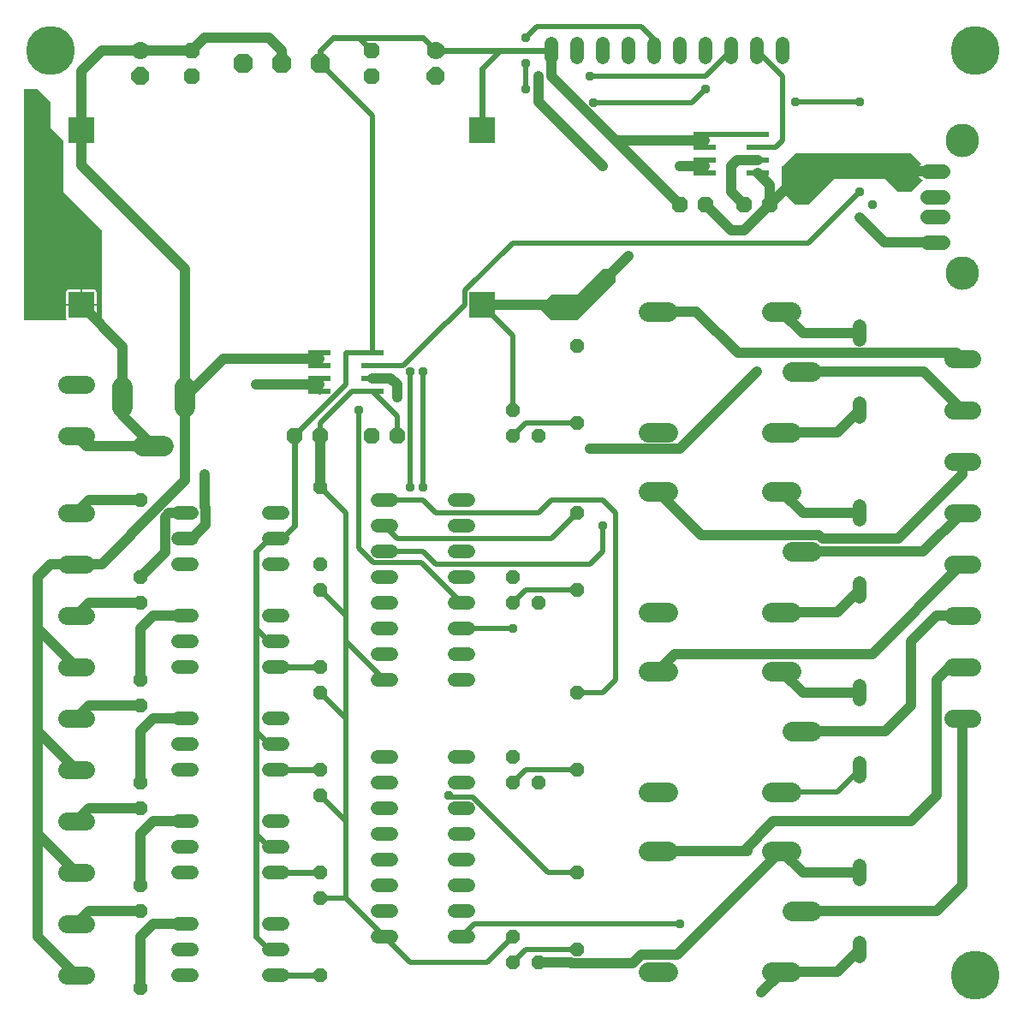
<source format=gbr>
G04 EAGLE Gerber X2 export*
%TF.Part,Single*%
%TF.FileFunction,Copper,L1,Top,Mixed*%
%TF.FilePolarity,Positive*%
%TF.GenerationSoftware,Autodesk,EAGLE,8.6.3*%
%TF.CreationDate,2019-03-08T18:09:36Z*%
G75*
%MOMM*%
%FSLAX34Y34*%
%LPD*%
%AMOC8*
5,1,8,0,0,1.08239X$1,22.5*%
G01*
%ADD10P,2.089446X8X22.500000*%
%ADD11P,1.924489X8X292.500000*%
%ADD12C,1.778000*%
%ADD13P,1.732040X8X292.500000*%
%ADD14P,1.732040X8X22.500000*%
%ADD15C,1.320800*%
%ADD16C,1.790700*%
%ADD17C,2.000000*%
%ADD18C,1.981200*%
%ADD19P,1.429621X8X292.500000*%
%ADD20R,2.500000X2.500000*%
%ADD21R,2.209800X0.609600*%
%ADD22C,1.458000*%
%ADD23C,3.316000*%
%ADD24C,0.609600*%
%ADD25C,0.508000*%
%ADD26C,1.016000*%
%ADD27C,0.956400*%
%ADD28C,0.152400*%
%ADD29C,4.826000*%

G36*
X62677Y685428D02*
X62677Y685428D01*
X62715Y685427D01*
X62760Y685448D01*
X62809Y685459D01*
X62838Y685483D01*
X62873Y685499D01*
X62904Y685538D01*
X62942Y685569D01*
X62958Y685604D01*
X62982Y685634D01*
X62993Y685682D01*
X63013Y685728D01*
X63012Y685765D01*
X63020Y685803D01*
X63009Y685851D01*
X63007Y685901D01*
X62989Y685934D01*
X62980Y685971D01*
X62948Y686009D01*
X62924Y686053D01*
X62893Y686075D01*
X62869Y686104D01*
X62813Y686131D01*
X62782Y686153D01*
X62759Y686157D01*
X62738Y686167D01*
X62719Y686172D01*
X62140Y686507D01*
X61667Y686980D01*
X61332Y687559D01*
X61159Y688205D01*
X61159Y700279D01*
X75819Y700279D01*
X75869Y700290D01*
X75920Y700292D01*
X75952Y700310D01*
X75988Y700318D01*
X76027Y700351D01*
X76072Y700375D01*
X76093Y700405D01*
X76121Y700428D01*
X76142Y700475D01*
X76171Y700517D01*
X76180Y700559D01*
X76192Y700587D01*
X76191Y700617D01*
X76199Y700659D01*
X76199Y701041D01*
X76201Y701041D01*
X76201Y700659D01*
X76213Y700609D01*
X76214Y700558D01*
X76232Y700526D01*
X76240Y700490D01*
X76273Y700451D01*
X76297Y700406D01*
X76327Y700385D01*
X76351Y700357D01*
X76397Y700336D01*
X76439Y700306D01*
X76481Y700298D01*
X76509Y700286D01*
X76539Y700287D01*
X76581Y700279D01*
X91241Y700279D01*
X91241Y688205D01*
X91068Y687559D01*
X90733Y686980D01*
X90260Y686507D01*
X89681Y686172D01*
X89662Y686167D01*
X89628Y686149D01*
X89591Y686141D01*
X89553Y686109D01*
X89509Y686086D01*
X89487Y686055D01*
X89458Y686031D01*
X89437Y685985D01*
X89408Y685945D01*
X89402Y685907D01*
X89387Y685872D01*
X89389Y685823D01*
X89381Y685774D01*
X89392Y685737D01*
X89393Y685699D01*
X89417Y685656D01*
X89432Y685608D01*
X89458Y685580D01*
X89476Y685547D01*
X89517Y685518D01*
X89551Y685482D01*
X89587Y685469D01*
X89618Y685447D01*
X89678Y685436D01*
X89714Y685423D01*
X89737Y685424D01*
X89760Y685420D01*
X96520Y685420D01*
X96570Y685431D01*
X96621Y685433D01*
X96653Y685451D01*
X96689Y685459D01*
X96728Y685492D01*
X96773Y685516D01*
X96794Y685546D01*
X96822Y685569D01*
X96843Y685616D01*
X96873Y685658D01*
X96881Y685700D01*
X96893Y685728D01*
X96892Y685758D01*
X96900Y685800D01*
X96900Y774700D01*
X96883Y774774D01*
X96870Y774849D01*
X96863Y774859D01*
X96861Y774869D01*
X96837Y774898D01*
X96789Y774969D01*
X58800Y812958D01*
X58800Y863600D01*
X58783Y863674D01*
X58770Y863749D01*
X58763Y863759D01*
X58761Y863769D01*
X58737Y863798D01*
X58689Y863869D01*
X46100Y876458D01*
X46100Y901700D01*
X46083Y901774D01*
X46070Y901849D01*
X46063Y901859D01*
X46061Y901869D01*
X46037Y901898D01*
X45989Y901969D01*
X33289Y914669D01*
X33224Y914709D01*
X33162Y914753D01*
X33150Y914755D01*
X33142Y914760D01*
X33105Y914764D01*
X33020Y914780D01*
X20320Y914780D01*
X20270Y914769D01*
X20219Y914767D01*
X20187Y914749D01*
X20151Y914741D01*
X20112Y914708D01*
X20067Y914684D01*
X20046Y914654D01*
X20018Y914631D01*
X19997Y914584D01*
X19967Y914542D01*
X19959Y914500D01*
X19947Y914472D01*
X19948Y914442D01*
X19940Y914400D01*
X19940Y685800D01*
X19951Y685750D01*
X19953Y685699D01*
X19971Y685667D01*
X19979Y685631D01*
X20012Y685592D01*
X20036Y685547D01*
X20066Y685526D01*
X20089Y685498D01*
X20136Y685477D01*
X20178Y685447D01*
X20220Y685439D01*
X20248Y685427D01*
X20278Y685428D01*
X20320Y685420D01*
X62640Y685420D01*
X62677Y685428D01*
G37*
G36*
X795094Y799737D02*
X795094Y799737D01*
X795169Y799750D01*
X795179Y799757D01*
X795189Y799759D01*
X795218Y799783D01*
X795289Y799831D01*
X820578Y825120D01*
X871063Y825120D01*
X883651Y812531D01*
X883716Y812491D01*
X883778Y812447D01*
X883790Y812445D01*
X883798Y812440D01*
X883835Y812436D01*
X883920Y812420D01*
X896620Y812420D01*
X896694Y812437D01*
X896769Y812450D01*
X896779Y812457D01*
X896789Y812459D01*
X896818Y812483D01*
X896889Y812531D01*
X908149Y823791D01*
X908150Y823792D01*
X908150Y823793D01*
X908162Y823812D01*
X908178Y823825D01*
X908199Y823872D01*
X908241Y823939D01*
X908241Y823940D01*
X908244Y823972D01*
X908249Y823983D01*
X908248Y824014D01*
X908249Y824025D01*
X908257Y824111D01*
X908257Y824112D01*
X908257Y824113D01*
X908243Y824150D01*
X908242Y824156D01*
X908234Y824172D01*
X908227Y824191D01*
X908195Y824273D01*
X908195Y824274D01*
X908194Y824274D01*
X908092Y824376D01*
X906763Y825264D01*
X905394Y826633D01*
X904318Y828243D01*
X903577Y830032D01*
X903199Y831932D01*
X903199Y832139D01*
X909320Y832139D01*
X909370Y832150D01*
X909421Y832152D01*
X909453Y832170D01*
X909489Y832178D01*
X909528Y832211D01*
X909573Y832235D01*
X909594Y832265D01*
X909622Y832288D01*
X909643Y832335D01*
X909673Y832377D01*
X909681Y832419D01*
X909693Y832447D01*
X909692Y832477D01*
X909700Y832519D01*
X909700Y833281D01*
X909689Y833331D01*
X909687Y833382D01*
X909669Y833414D01*
X909661Y833450D01*
X909628Y833489D01*
X909604Y833534D01*
X909574Y833555D01*
X909551Y833583D01*
X909504Y833604D01*
X909462Y833634D01*
X909420Y833642D01*
X909392Y833654D01*
X909362Y833653D01*
X909320Y833661D01*
X903199Y833661D01*
X903199Y833868D01*
X903275Y834250D01*
X903351Y834630D01*
X903502Y835391D01*
X903577Y835768D01*
X904318Y837557D01*
X905394Y839167D01*
X906763Y840536D01*
X906833Y840582D01*
X906833Y840583D01*
X906834Y840583D01*
X906892Y840646D01*
X906951Y840709D01*
X906951Y840710D01*
X906952Y840710D01*
X906977Y840794D01*
X907001Y840875D01*
X907001Y840876D01*
X907001Y840877D01*
X906986Y840963D01*
X906972Y841046D01*
X906971Y841047D01*
X906890Y841167D01*
X896889Y851169D01*
X896824Y851209D01*
X896762Y851253D01*
X896750Y851255D01*
X896742Y851260D01*
X896705Y851264D01*
X896620Y851280D01*
X782320Y851280D01*
X782246Y851263D01*
X782171Y851250D01*
X782161Y851243D01*
X782151Y851241D01*
X782122Y851217D01*
X782051Y851169D01*
X769351Y838469D01*
X769311Y838404D01*
X769267Y838342D01*
X769265Y838330D01*
X769260Y838322D01*
X769256Y838285D01*
X769240Y838200D01*
X769240Y812800D01*
X769257Y812726D01*
X769270Y812651D01*
X769277Y812641D01*
X769279Y812631D01*
X769303Y812602D01*
X769351Y812531D01*
X782051Y799831D01*
X782116Y799791D01*
X782178Y799747D01*
X782190Y799745D01*
X782198Y799740D01*
X782235Y799736D01*
X782320Y799720D01*
X795020Y799720D01*
X795094Y799737D01*
G37*
G36*
X566494Y685437D02*
X566494Y685437D01*
X566569Y685450D01*
X566579Y685457D01*
X566589Y685459D01*
X566618Y685483D01*
X566689Y685531D01*
X604789Y723631D01*
X604829Y723696D01*
X604873Y723758D01*
X604875Y723770D01*
X604880Y723778D01*
X604884Y723815D01*
X604900Y723900D01*
X604900Y736600D01*
X604889Y736650D01*
X604887Y736701D01*
X604869Y736733D01*
X604861Y736769D01*
X604828Y736808D01*
X604804Y736853D01*
X604774Y736874D01*
X604751Y736902D01*
X604704Y736923D01*
X604662Y736953D01*
X604620Y736961D01*
X604592Y736973D01*
X604562Y736972D01*
X604520Y736980D01*
X591820Y736980D01*
X591746Y736963D01*
X591671Y736950D01*
X591661Y736943D01*
X591651Y736941D01*
X591622Y736917D01*
X591551Y736869D01*
X566263Y711580D01*
X541020Y711580D01*
X540946Y711563D01*
X540871Y711550D01*
X540861Y711543D01*
X540851Y711541D01*
X540822Y711517D01*
X540751Y711469D01*
X528051Y698769D01*
X528024Y698726D01*
X527990Y698688D01*
X527979Y698653D01*
X527960Y698622D01*
X527955Y698571D01*
X527940Y698522D01*
X527947Y698486D01*
X527943Y698449D01*
X527961Y698402D01*
X527970Y698351D01*
X527994Y698316D01*
X528005Y698287D01*
X528027Y698266D01*
X528051Y698231D01*
X540751Y685531D01*
X540816Y685491D01*
X540878Y685447D01*
X540890Y685445D01*
X540898Y685440D01*
X540935Y685436D01*
X541020Y685420D01*
X566420Y685420D01*
X566494Y685437D01*
G37*
%LPC*%
G36*
X76961Y701801D02*
X76961Y701801D01*
X76961Y716081D01*
X89035Y716081D01*
X89681Y715908D01*
X90260Y715573D01*
X90733Y715100D01*
X91068Y714521D01*
X91241Y713875D01*
X91241Y701801D01*
X76961Y701801D01*
G37*
%LPD*%
%LPC*%
G36*
X61159Y701801D02*
X61159Y701801D01*
X61159Y713875D01*
X61332Y714521D01*
X61667Y715100D01*
X62140Y715573D01*
X62719Y715908D01*
X63365Y716081D01*
X75439Y716081D01*
X75439Y701801D01*
X61159Y701801D01*
G37*
%LPD*%
D10*
X274320Y939800D03*
X312420Y939800D03*
D11*
X426720Y927100D03*
D12*
X426720Y952500D03*
D13*
X363220Y952500D03*
X363220Y927100D03*
D11*
X134620Y927100D03*
D12*
X134620Y952500D03*
D13*
X185420Y952500D03*
X185420Y927100D03*
D14*
X668020Y800100D03*
X693420Y800100D03*
X731520Y800100D03*
X756920Y800100D03*
X287020Y571500D03*
X312420Y571500D03*
X363220Y571500D03*
X388620Y571500D03*
D15*
X845820Y70104D02*
X845820Y56896D01*
X845820Y133096D02*
X845820Y146304D01*
X845820Y234696D02*
X845820Y247904D01*
X845820Y310896D02*
X845820Y324104D01*
X845820Y412496D02*
X845820Y425704D01*
X845820Y488696D02*
X845820Y501904D01*
X845820Y590296D02*
X845820Y603504D01*
X845820Y666496D02*
X845820Y679704D01*
D10*
X236220Y939800D03*
D15*
X369316Y508000D02*
X382524Y508000D01*
X382524Y482600D02*
X369316Y482600D01*
X369316Y355600D02*
X382524Y355600D01*
X382524Y330200D02*
X369316Y330200D01*
X369316Y457200D02*
X382524Y457200D01*
X382524Y431800D02*
X369316Y431800D01*
X369316Y381000D02*
X382524Y381000D01*
X382524Y406400D02*
X369316Y406400D01*
X445516Y330200D02*
X458724Y330200D01*
X458724Y355600D02*
X445516Y355600D01*
X445516Y381000D02*
X458724Y381000D01*
X458724Y406400D02*
X445516Y406400D01*
X445516Y431800D02*
X458724Y431800D01*
X458724Y457200D02*
X445516Y457200D01*
X445516Y482600D02*
X458724Y482600D01*
X458724Y508000D02*
X445516Y508000D01*
X382524Y254000D02*
X369316Y254000D01*
X369316Y228600D02*
X382524Y228600D01*
X382524Y101600D02*
X369316Y101600D01*
X369316Y76200D02*
X382524Y76200D01*
X382524Y203200D02*
X369316Y203200D01*
X369316Y177800D02*
X382524Y177800D01*
X382524Y127000D02*
X369316Y127000D01*
X369316Y152400D02*
X382524Y152400D01*
X445516Y76200D02*
X458724Y76200D01*
X458724Y101600D02*
X445516Y101600D01*
X445516Y127000D02*
X458724Y127000D01*
X458724Y152400D02*
X445516Y152400D01*
X445516Y177800D02*
X458724Y177800D01*
X458724Y203200D02*
X445516Y203200D01*
X445516Y228600D02*
X458724Y228600D01*
X458724Y254000D02*
X445516Y254000D01*
D16*
X80074Y38500D02*
X62167Y38500D01*
X62167Y88500D02*
X80074Y88500D01*
X80074Y140100D02*
X62167Y140100D01*
X62167Y190100D02*
X80074Y190100D01*
X80074Y241700D02*
X62167Y241700D01*
X62167Y291700D02*
X80074Y291700D01*
X80074Y343300D02*
X62167Y343300D01*
X62167Y393300D02*
X80074Y393300D01*
X80074Y444900D02*
X62167Y444900D01*
X62167Y494900D02*
X80074Y494900D01*
D17*
X178320Y599600D02*
X178320Y619600D01*
X117320Y619600D02*
X117320Y599600D01*
X137320Y561600D02*
X157320Y561600D01*
D18*
X778764Y101600D02*
X798576Y101600D01*
X778256Y161290D02*
X758444Y161290D01*
X758444Y41910D02*
X778256Y41910D01*
X656336Y41910D02*
X636524Y41910D01*
X636524Y161290D02*
X656336Y161290D01*
X778764Y279400D02*
X798576Y279400D01*
X778256Y339090D02*
X758444Y339090D01*
X758444Y219710D02*
X778256Y219710D01*
X656336Y219710D02*
X636524Y219710D01*
X636524Y339090D02*
X656336Y339090D01*
X778764Y457200D02*
X798576Y457200D01*
X778256Y516890D02*
X758444Y516890D01*
X758444Y397510D02*
X778256Y397510D01*
X656336Y397510D02*
X636524Y397510D01*
X636524Y516890D02*
X656336Y516890D01*
X778764Y635000D02*
X798576Y635000D01*
X778256Y694690D02*
X758444Y694690D01*
X758444Y575310D02*
X778256Y575310D01*
X656336Y575310D02*
X636524Y575310D01*
X636524Y694690D02*
X656336Y694690D01*
D15*
X185420Y190500D02*
X172212Y190500D01*
X172212Y165100D02*
X185420Y165100D01*
X261620Y165100D02*
X274828Y165100D01*
X274828Y190500D02*
X261620Y190500D01*
X185420Y139700D02*
X172212Y139700D01*
X261620Y139700D02*
X274828Y139700D01*
X185420Y292100D02*
X172212Y292100D01*
X172212Y266700D02*
X185420Y266700D01*
X261620Y266700D02*
X274828Y266700D01*
X274828Y292100D02*
X261620Y292100D01*
X185420Y241300D02*
X172212Y241300D01*
X261620Y241300D02*
X274828Y241300D01*
X185420Y393700D02*
X172212Y393700D01*
X172212Y368300D02*
X185420Y368300D01*
X261620Y368300D02*
X274828Y368300D01*
X274828Y393700D02*
X261620Y393700D01*
X185420Y342900D02*
X172212Y342900D01*
X261620Y342900D02*
X274828Y342900D01*
X185420Y88900D02*
X172212Y88900D01*
X172212Y63500D02*
X185420Y63500D01*
X261620Y63500D02*
X274828Y63500D01*
X274828Y88900D02*
X261620Y88900D01*
X185420Y38100D02*
X172212Y38100D01*
X261620Y38100D02*
X274828Y38100D01*
X185420Y495300D02*
X172212Y495300D01*
X172212Y469900D02*
X185420Y469900D01*
X261620Y469900D02*
X274828Y469900D01*
X274828Y495300D02*
X261620Y495300D01*
X185420Y444500D02*
X172212Y444500D01*
X261620Y444500D02*
X274828Y444500D01*
D16*
X80074Y571900D02*
X62167Y571900D01*
X62167Y621900D02*
X80074Y621900D01*
D19*
X566420Y660400D03*
X566420Y584200D03*
X566420Y317500D03*
X566420Y241300D03*
X566420Y495300D03*
X566420Y419100D03*
X134620Y101600D03*
X134620Y25400D03*
X312420Y114300D03*
X312420Y38100D03*
X312420Y419100D03*
X312420Y342900D03*
X134620Y508000D03*
X134620Y431800D03*
X312420Y520700D03*
X312420Y444500D03*
X566420Y139700D03*
X566420Y63500D03*
X134620Y203200D03*
X134620Y127000D03*
X312420Y215900D03*
X312420Y139700D03*
X134620Y304800D03*
X134620Y228600D03*
X312420Y317500D03*
X312420Y241300D03*
X134620Y406400D03*
X134620Y330200D03*
D16*
X938467Y292500D02*
X956374Y292500D01*
X956374Y342500D02*
X938467Y342500D01*
X938467Y495700D02*
X956374Y495700D01*
X956374Y545700D02*
X938467Y545700D01*
X938467Y597300D02*
X956374Y597300D01*
X956374Y647300D02*
X938467Y647300D01*
X938467Y394100D02*
X956374Y394100D01*
X956374Y444100D02*
X938467Y444100D01*
D15*
X769620Y945896D02*
X769620Y959104D01*
X744220Y959104D02*
X744220Y945896D01*
X718820Y945896D02*
X718820Y959104D01*
X693420Y959104D02*
X693420Y945896D01*
X668020Y945896D02*
X668020Y959104D01*
X642620Y959104D02*
X642620Y945896D01*
X617220Y945896D02*
X617220Y959104D01*
X591820Y959104D02*
X591820Y945896D01*
X566420Y945896D02*
X566420Y959104D01*
X541020Y959104D02*
X541020Y945896D01*
D19*
X502920Y76200D03*
X502920Y50800D03*
X528320Y50800D03*
X502920Y254000D03*
X502920Y228600D03*
X528320Y228600D03*
X502920Y431800D03*
X502920Y406400D03*
X528320Y406400D03*
X502920Y596900D03*
X502920Y571500D03*
X528320Y571500D03*
D20*
X76200Y873760D03*
X76200Y701040D03*
X472440Y701040D03*
X472440Y873760D03*
D21*
X692658Y869950D03*
X692658Y857250D03*
X692658Y844550D03*
X692658Y831850D03*
X744982Y831850D03*
X744982Y844550D03*
X744982Y857250D03*
X744982Y869950D03*
X311658Y654050D03*
X311658Y641350D03*
X311658Y628650D03*
X311658Y615950D03*
X363982Y615950D03*
X363982Y628650D03*
X363982Y641350D03*
X363982Y654050D03*
D22*
X913030Y787900D02*
X927610Y787900D01*
X927610Y807900D02*
X913030Y807900D01*
X913030Y762900D02*
X927610Y762900D01*
X927610Y832900D02*
X913030Y832900D01*
D23*
X947420Y732200D03*
X947420Y863600D03*
D24*
X33020Y178200D02*
X33020Y76600D01*
X33020Y279400D02*
X33020Y279800D01*
X33020Y381000D01*
X33020Y279800D02*
X71120Y241700D01*
D25*
X824230Y219710D02*
X845820Y241300D01*
X824230Y219710D02*
X768350Y219710D01*
X769620Y41910D02*
X824230Y41910D01*
X769620Y41910D02*
X768350Y41910D01*
X769620Y41910D02*
X767715Y40005D01*
X311658Y647700D02*
X311658Y654050D01*
X311658Y647700D02*
X311658Y641350D01*
D26*
X33020Y279400D02*
X33020Y76600D01*
X33020Y279400D02*
X33020Y381000D01*
X33020Y431800D01*
X46120Y444900D01*
X71120Y444900D01*
X33420Y381000D02*
X71120Y343300D01*
X33420Y381000D02*
X33020Y381000D01*
X33420Y279400D02*
X71120Y241700D01*
X33420Y279400D02*
X33020Y279400D01*
X33020Y178200D02*
X71120Y140100D01*
X33020Y76600D02*
X71120Y38500D01*
D27*
X748665Y20955D03*
D26*
X767715Y40005D01*
X768350Y41910D02*
X824230Y41910D01*
X845820Y63500D01*
X274320Y939800D02*
X274320Y952500D01*
X261620Y965200D01*
X198120Y965200D01*
X185420Y952500D01*
X134620Y952500D01*
X96520Y952500D01*
X76200Y932180D01*
X76200Y873760D01*
X76200Y838720D01*
X178320Y736600D01*
X178320Y609600D01*
X124968Y473898D02*
X124968Y472948D01*
X178320Y527250D02*
X178320Y609600D01*
X178320Y527250D02*
X124968Y473898D01*
X124968Y472948D02*
X96920Y444900D01*
X71120Y444900D01*
X178320Y609600D02*
X216420Y647700D01*
X311658Y647700D01*
X768350Y397510D02*
X824230Y397510D01*
X845820Y419100D01*
X824230Y575310D02*
X768350Y575310D01*
X824230Y575310D02*
X845820Y596900D01*
D28*
X693420Y800100D02*
X692912Y800100D01*
D24*
X117320Y609600D02*
X117320Y596900D01*
D25*
X337820Y114300D02*
X375920Y76200D01*
X337820Y114300D02*
X312420Y114300D01*
X337820Y190500D02*
X312420Y215900D01*
X337820Y190500D02*
X337820Y114300D01*
X337820Y292100D02*
X312420Y317500D01*
X337820Y292100D02*
X337820Y190500D01*
X337820Y393700D02*
X312420Y419100D01*
X337820Y368300D02*
X337820Y292100D01*
X337820Y495300D02*
X312420Y520700D01*
X337820Y495300D02*
X337820Y393700D01*
X337820Y368300D02*
X375920Y330200D01*
X388620Y591312D02*
X363982Y615950D01*
X388620Y591312D02*
X388620Y571500D01*
X312420Y571500D02*
X312420Y584200D01*
X344170Y615950D01*
X363982Y615950D01*
X502920Y76200D02*
X477520Y50800D01*
X401320Y50800D01*
X375920Y76200D01*
D27*
X198120Y533400D03*
D25*
X472440Y701040D02*
X502920Y670560D01*
X502920Y596900D01*
D26*
X693420Y800100D02*
X718820Y774700D01*
X731520Y774700D01*
X756920Y800100D01*
X756920Y819912D01*
X744982Y831850D01*
X81420Y561600D02*
X71120Y571900D01*
X81420Y561600D02*
X147320Y561600D01*
X117320Y591600D01*
X117320Y596900D01*
X117320Y609600D02*
X117320Y659920D01*
X76200Y701040D01*
X472440Y701040D02*
X568960Y701040D01*
X617220Y749300D01*
D27*
X617220Y749300D03*
X591820Y838200D03*
D26*
X528320Y901700D01*
X528320Y927100D01*
D27*
X528320Y927100D03*
D26*
X312420Y571500D02*
X312420Y520700D01*
X198628Y500771D02*
X198120Y501279D01*
X198120Y533400D01*
X198628Y483108D02*
X185420Y469900D01*
X198628Y483108D02*
X198628Y500771D01*
D25*
X337820Y393700D02*
X337820Y368300D01*
D26*
X756920Y800100D02*
X789720Y832900D01*
X920320Y832900D01*
D28*
X692912Y868680D02*
X692658Y869950D01*
D24*
X312420Y939800D02*
X312420Y952500D01*
X325120Y965200D01*
X350520Y965200D01*
X363220Y952500D01*
X350520Y965200D02*
X414020Y965200D01*
X426720Y952500D01*
X490220Y952500D01*
X541020Y952500D01*
X472440Y934720D02*
X472440Y873760D01*
X472440Y934720D02*
X490220Y952500D01*
X248920Y177800D02*
X261620Y165100D01*
X248920Y177800D02*
X248920Y279400D01*
X248920Y381000D01*
X248920Y457200D01*
X261620Y469900D01*
X248920Y76200D02*
X261620Y63500D01*
X248920Y76200D02*
X248920Y177800D01*
X261620Y266700D02*
X248920Y279400D01*
X261620Y368300D02*
X248920Y381000D01*
X261620Y469900D02*
X274320Y469900D01*
X287020Y482600D01*
X287020Y571500D01*
D25*
X337820Y654050D02*
X363982Y654050D01*
X363982Y888238D01*
X312420Y939800D01*
X324358Y608838D02*
X324390Y608838D01*
X337820Y622268D02*
X337820Y654050D01*
X337820Y622268D02*
X324390Y608838D01*
X324358Y608838D02*
X287020Y571500D01*
X692658Y857250D02*
X692912Y857504D01*
X692912Y863600D01*
X692912Y868680D01*
X692658Y869950D02*
X744982Y869950D01*
D26*
X541020Y927100D02*
X541020Y952500D01*
X541020Y927100D02*
X604520Y863600D01*
X668020Y800100D01*
X692912Y863600D02*
X604520Y863600D01*
X768350Y339090D02*
X789940Y317500D01*
X845820Y317500D01*
D25*
X515620Y241300D02*
X502920Y228600D01*
X515620Y241300D02*
X566420Y241300D01*
X947020Y444100D02*
X947420Y444100D01*
D26*
X662940Y355600D02*
X646430Y339090D01*
X662940Y355600D02*
X858520Y355600D01*
X947020Y444100D01*
X947420Y394100D02*
X947020Y393700D01*
X922020Y393700D01*
X896620Y368300D02*
X896620Y304800D01*
X896620Y368300D02*
X922020Y393700D01*
X896620Y304800D02*
X871220Y279400D01*
X788670Y279400D01*
X789940Y495300D02*
X768350Y516890D01*
X789940Y495300D02*
X845820Y495300D01*
D25*
X515620Y419100D02*
X502920Y406400D01*
X515620Y419100D02*
X566420Y419100D01*
X947420Y545700D02*
X947420Y546100D01*
D26*
X809225Y469900D02*
X805415Y473710D01*
X809225Y469900D02*
X883920Y469900D01*
X689610Y473710D02*
X646430Y516890D01*
X689610Y473710D02*
X805415Y473710D01*
X883920Y469900D02*
X947420Y533400D01*
X947420Y545700D01*
D25*
X947420Y495700D02*
X947220Y495500D01*
D26*
X908920Y457200D02*
X788670Y457200D01*
X908920Y457200D02*
X947220Y495500D01*
X84220Y101600D02*
X71120Y88500D01*
X84220Y101600D02*
X134620Y101600D01*
X134620Y76200D02*
X134620Y25400D01*
X134620Y76200D02*
X147320Y88900D01*
X185420Y88900D01*
D27*
X579120Y558800D03*
D26*
X668020Y558800D01*
X744220Y635000D01*
D27*
X744220Y635000D03*
D26*
X789940Y673100D02*
X768350Y694690D01*
X789940Y673100D02*
X845820Y673100D01*
D25*
X515620Y584200D02*
X502920Y571500D01*
X515620Y584200D02*
X566420Y584200D01*
D26*
X941432Y653288D02*
X947420Y647300D01*
X941432Y653288D02*
X725932Y653288D01*
X684530Y694690D02*
X646430Y694690D01*
X684530Y694690D02*
X725932Y653288D01*
D25*
X947420Y597300D02*
X947420Y596900D01*
D26*
X909320Y635000D02*
X788670Y635000D01*
X909320Y635000D02*
X947420Y596900D01*
X84220Y203200D02*
X71120Y190100D01*
X84220Y203200D02*
X134620Y203200D01*
X134620Y177800D02*
X134620Y127000D01*
X134620Y177800D02*
X147320Y190500D01*
X185420Y190500D01*
X71120Y291700D02*
X84220Y304800D01*
X134620Y304800D01*
X134620Y279400D02*
X134620Y228600D01*
X134620Y279400D02*
X147320Y292100D01*
X185420Y292100D01*
X71120Y393300D02*
X84220Y406400D01*
X134620Y406400D01*
X134620Y381000D02*
X134620Y330200D01*
X134620Y381000D02*
X147320Y393700D01*
X185420Y393700D01*
X71120Y494900D02*
X84220Y508000D01*
X134620Y508000D01*
D24*
X160020Y495300D02*
X185420Y495300D01*
D26*
X159004Y456184D02*
X134620Y431800D01*
X159004Y456184D02*
X159004Y491410D01*
X162894Y495300D02*
X185420Y495300D01*
X162894Y495300D02*
X159004Y491410D01*
D25*
X625657Y50800D02*
X630737Y55880D01*
X662940Y55880D02*
X768350Y161290D01*
X662940Y55880D02*
X630737Y55880D01*
D26*
X768350Y161290D02*
X789940Y139700D01*
X845820Y139700D01*
X560441Y50800D02*
X528320Y50800D01*
X560441Y50800D02*
X560949Y50292D01*
X621557Y50292D01*
X665480Y58420D02*
X768350Y161290D01*
X665480Y58420D02*
X629685Y58420D01*
X621557Y50292D01*
D25*
X515620Y63500D02*
X502920Y50800D01*
X515620Y63500D02*
X566420Y63500D01*
D26*
X646430Y161290D02*
X731520Y161290D01*
X735095Y161290D01*
X731520Y161290D02*
X760730Y190500D01*
X896620Y190500D01*
X922020Y215900D01*
X922020Y330200D01*
X934720Y342900D01*
X947420Y342900D01*
X947420Y342500D01*
D25*
X947420Y292500D02*
X947420Y292100D01*
D26*
X922020Y101600D02*
X788670Y101600D01*
X922020Y101600D02*
X947420Y127000D01*
X947420Y292100D01*
D27*
X439420Y215900D03*
D25*
X441452Y213868D01*
X463143Y213868D01*
X537311Y139700D02*
X566420Y139700D01*
X537311Y139700D02*
X463143Y213868D01*
X414020Y508000D02*
X375920Y508000D01*
X414020Y508000D02*
X426720Y495300D01*
X528320Y495300D01*
X541020Y508000D01*
X591820Y508000D01*
X604520Y495300D01*
X604520Y330200D01*
X591820Y317500D01*
X566420Y317500D01*
X388620Y469900D02*
X375920Y482600D01*
X541020Y469900D02*
X566420Y495300D01*
X541020Y469900D02*
X388620Y469900D01*
X375920Y457200D02*
X414020Y457200D01*
X426720Y444500D01*
X579120Y444500D01*
X591820Y457200D01*
X591820Y482600D01*
D27*
X591820Y482600D03*
D28*
X692912Y844296D02*
X692658Y844550D01*
D25*
X692912Y832104D02*
X692658Y831850D01*
X692912Y832104D02*
X692912Y838200D01*
X692912Y844296D01*
D26*
X692912Y838200D02*
X668020Y838200D01*
D27*
X668020Y838200D03*
X845820Y787400D03*
D26*
X870320Y762900D02*
X920320Y762900D01*
X870320Y762900D02*
X845820Y787400D01*
D25*
X452120Y406400D02*
X411988Y446532D01*
X364897Y446532D01*
X350520Y460909D01*
D27*
X350520Y596900D03*
X515620Y914400D03*
D25*
X515620Y939800D01*
D27*
X515620Y939800D03*
X515620Y965200D03*
D25*
X526263Y975843D01*
X629912Y975843D01*
X642620Y963135D01*
X642620Y952500D01*
X350520Y596900D02*
X350520Y460909D01*
D27*
X502920Y381000D03*
D25*
X452120Y381000D01*
D24*
X311658Y615950D02*
X311658Y622300D01*
X311658Y628650D01*
D26*
X311658Y622300D02*
X248920Y622300D01*
D27*
X248920Y622300D03*
D25*
X464820Y88900D02*
X452120Y76200D01*
X464820Y88900D02*
X668020Y88900D01*
D27*
X668020Y88900D03*
X858520Y800100D03*
X845820Y901700D03*
D25*
X782320Y901700D01*
D27*
X782320Y901700D03*
D24*
X312420Y38100D02*
X261620Y38100D01*
X261620Y139700D02*
X312420Y139700D01*
X312420Y241300D02*
X261620Y241300D01*
X261620Y342900D02*
X312420Y342900D01*
D27*
X401320Y520700D03*
D25*
X401320Y635000D01*
D27*
X401320Y635000D03*
X579120Y927100D03*
D25*
X693420Y927100D01*
X718820Y952500D01*
D27*
X414020Y520700D03*
D25*
X414020Y635000D01*
D27*
X414020Y635000D03*
X582974Y901248D03*
D25*
X680268Y901248D01*
X693420Y914400D01*
D27*
X693420Y914400D03*
D26*
X718820Y812800D02*
X731520Y800100D01*
X718820Y812800D02*
X718820Y838200D01*
X725170Y844550D01*
X744982Y844550D01*
D27*
X388620Y609600D03*
D26*
X382270Y628650D02*
X363982Y628650D01*
X382270Y628650D02*
X388620Y622300D01*
X388620Y609600D01*
D25*
X744982Y857250D02*
X763270Y857250D01*
X769620Y863600D01*
X769620Y927100D01*
X744220Y952500D01*
X394970Y641350D02*
X363982Y641350D01*
X437120Y683500D02*
X438194Y683500D01*
X437120Y683500D02*
X394970Y641350D01*
X455876Y701182D02*
X455876Y715223D01*
X502653Y762000D01*
X795020Y762000D01*
X455876Y701182D02*
X438194Y683500D01*
X795020Y762000D02*
X845820Y812800D01*
D27*
X845820Y812800D03*
D29*
X960120Y952500D03*
X960120Y38100D03*
X45720Y952500D03*
M02*

</source>
